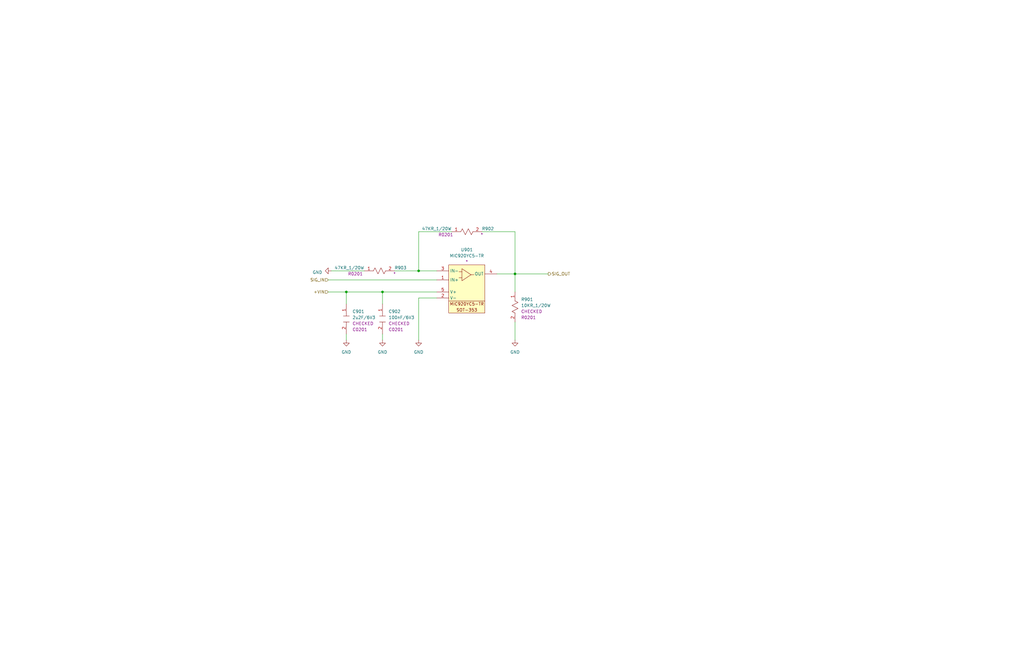
<source format=kicad_sch>
(kicad_sch (version 20230121) (generator eeschema)
  (paper "B")
  (lib_symbols
    (symbol "_SCHLIB_ToslinkToDMX:CAP_100nF/6V3_C0201"
      (property "Reference" "C" (at 2.54 5.08 0))
      (property "Value" "100nF{slash}6V3" (at 2.54 7.62 0))
      (property "SCH CHECK" "CHECKED" (at 2.54 22.86 0))
      (property "Package" "C0201" (at 2.54 25.4 0))
      (symbol "CAP_100nF/6V3_C0201_0_0"
        (polyline (pts (xy 5.08 1.27) (xy 5.08 -1.27)))
        (polyline (pts (xy 7.62 1.27) (xy 7.62 -1.27)))
      )
      (symbol "CAP_100nF/6V3_C0201_1_1"
        (pin passive line (at 0 0 0) (length 5.08) (name "") (number "1"))
        (pin passive line (at 12.7 0 180) (length 5.08) (name "") (number "2"))
      )
    )
    (symbol "_SCHLIB_ToslinkToDMX:CAP_2u2F/6V3_C0201"
      (property "Reference" "C" (at 2.54 3.81 0))
      (property "Value" "2u2F/6V3" (at 2.54 6.35 0))
      (property "SCH CHECK" "CHECKED" (at 2.54 21.59 0))
      (property "Package" "C0201" (at 2.54 24.13 0))
      (symbol "CAP_2u2F/6V3_C0201_0_0"
        (polyline (pts (xy 5.08 1.27) (xy 5.08 -1.27)))
        (polyline (pts (xy 7.62 1.27) (xy 7.62 -1.27)))
      )
      (symbol "CAP_2u2F/6V3_C0201_1_1"
        (pin passive line (at 0 0 0) (length 5.08) (name "") (number "1"))
        (pin passive line (at 12.7 0 180) (length 5.08) (name "") (number "2"))
      )
    )
    (symbol "_SCHLIB_ToslinkToDMX:OPAMP_MIC920YC5-TR"
      (property "Reference" "U" (at 2.54 2.54 0))
      (property "Value" "MIC920YC5-TR" (at 2.54 5.08 0))
      (property "SCH CHECK" "*" (at 2.54 20.32 0))
      (symbol "OPAMP_MIC920YC5-TR_0_0"
        (text "MIC920YC5-TR" (at 7.62 -16.51 0) (effects (font (size 1.27 1.27))))
        (text "SOT-353" (at 7.62 -19.05 0) (effects (font (size 1.27 1.27))))
      )
      (symbol "OPAMP_MIC920YC5-TR_0_1"
        (polyline (pts (xy 0 -15.24) (xy 15.24 -15.24)))
        (polyline (pts (xy 5.564 -5.45) (xy 4.294 -5.45)))
        (polyline (pts (xy 5.564 -2.91) (xy 4.294 -2.91)))
        (polyline (pts (xy 9.374 -4.18) (xy 10.644 -4.18)))
        (polyline (pts (xy 5.564 -1.64) (xy 5.564 -6.72) (xy 9.374 -4.18) (xy 5.564 -1.64)))
        (rectangle (start 0 0) (end 15.24 -20.32) (fill (type background)))
      )
      (symbol "OPAMP_MIC920YC5-TR_1_1"
        (pin passive line (at -5.08 -6.35 0) (length 5.08) (name "IN+") (number "1"))
        (pin passive line (at -5.08 -13.97 0) (length 5.08) (name "V-") (number "2"))
        (pin passive line (at -5.08 -2.54 0) (length 5.08) (name "IN-") (number "3"))
        (pin passive line (at 20.32 -3.81 180) (length 5.08) (name "OUT") (number "4"))
        (pin passive line (at -5.08 -11.43 0) (length 5.08) (name "V+") (number "5"))
      )
    )
    (symbol "_SCHLIB_ToslinkToDMX:RES_10KR_1/20W-R0201"
      (property "Reference" "R" (at 2.54 5.08 0))
      (property "Value" "10KR_1{slash}20W" (at 2.54 7.62 0))
      (property "SCH CHECK" "CHECKED" (at 2.54 22.86 0))
      (property "Package" "R0201" (at 2.54 25.4 0))
      (symbol "RES_10KR_1/20W-R0201_0_0"
        (polyline (pts (xy 3.81 0) (xy 4.445 1.27) (xy 5.715 -1.27) (xy 6.985 1.27) (xy 8.255 -1.27) (xy 8.89 0)))
      )
      (symbol "RES_10KR_1/20W-R0201_1_1"
        (pin passive line (at 0 0 0) (length 3.81) (name "") (number "1"))
        (pin passive line (at 12.7 0 180) (length 3.81) (name "") (number "2"))
      )
    )
    (symbol "_SCHLIB_ToslinkToDMX:RES_47KR_1/20W_R0201"
      (property "Reference" "R" (at 2.54 3.81 0))
      (property "Value" "47KR_1/20W" (at 2.54 6.35 0))
      (property "SCH CHECK" "*" (at 2.54 21.59 0))
      (property "Package" "R0201" (at 2.54 24.13 0))
      (symbol "RES_47KR_1/20W_R0201_0_0"
        (polyline (pts (xy 3.81 0) (xy 4.445 1.27) (xy 5.715 -1.27) (xy 6.985 1.27) (xy 8.255 -1.27) (xy 8.89 0)))
      )
      (symbol "RES_47KR_1/20W_R0201_1_1"
        (pin passive line (at 0 0 0) (length 3.81) (name "") (number "1"))
        (pin passive line (at 12.7 0 180) (length 3.81) (name "") (number "2"))
      )
    )
    (symbol "power:GND" (power) (pin_names (offset 0))
      (property "Value" "GND" (at 0 -3.81 0))
      (symbol "GND_0_1"
        (polyline (pts (xy 0 0) (xy 0 -1.27) (xy 1.27 -1.27) (xy 0 -2.54) (xy -1.27 -1.27) (xy 0 -1.27)))
      )
      (symbol "GND_1_1"
        (pin power_in line (at 0 0 270) (length 0) hide (name "GND") (number "1"))
      )
    )
  )
  (junction (at 161.29 123.19))
  (junction (at 146.05 123.19))
  (junction (at 176.53 114.3))
  (junction (at 217.17 115.57))
  (wire (pts (xy 161.29 123.19) (xy 161.29 128.27)))
  (wire (pts (xy 190.5 97.79) (xy 176.53 97.79)))
  (wire (pts (xy 146.05 123.19) (xy 161.29 123.19)))
  (wire (pts (xy 146.05 123.19) (xy 146.05 128.27)))
  (wire (pts (xy 217.17 115.57) (xy 217.17 123.19)))
  (wire (pts (xy 203.2 97.79) (xy 217.17 97.79)))
  (wire (pts (xy 176.53 125.73) (xy 184.15 125.73)))
  (wire (pts (xy 176.53 97.79) (xy 176.53 114.3)))
  (wire (pts (xy 176.53 143.51) (xy 176.53 125.73)))
  (wire (pts (xy 161.29 143.51) (xy 161.29 140.97)))
  (wire (pts (xy 231.14 115.57) (xy 217.17 115.57)))
  (wire (pts (xy 176.53 114.3) (xy 184.15 114.3)))
  (wire (pts (xy 139.7 114.3) (xy 153.67 114.3)))
  (wire (pts (xy 166.37 114.3) (xy 176.53 114.3)))
  (wire (pts (xy 138.43 123.19) (xy 146.05 123.19)))
  (wire (pts (xy 138.43 118.11) (xy 184.15 118.11)))
  (wire (pts (xy 217.17 143.51) (xy 217.17 135.89)))
  (wire (pts (xy 146.05 143.51) (xy 146.05 140.97)))
  (wire (pts (xy 217.17 115.57) (xy 209.55 115.57)))
  (wire (pts (xy 161.29 123.19) (xy 184.15 123.19)))
  (wire (pts (xy 217.17 97.79) (xy 217.17 115.57)))
  (hierarchical_label "+VIN" (shape input) (at 138.43 123.19 180))
  (hierarchical_label "SIG_OUT" (shape output) (at 231.14 115.57 0))
  (hierarchical_label "SIG_IN" (shape input) (at 138.43 118.11 180))
  (symbol (lib_id "power:GND") (at 139.7 114.3 270) (unit 1)
    (property "Reference" "#PWR0905" (effects hide))
    (property "Value" "GND" (at 135.89 114.935 90) (effects (justify right)))
    (instances (project "_HW_ToslinkToDMX" (path "" (reference "#PWR0905") (unit 1)) (path "" (reference "#PWR01001") (unit 1)) (path "" (reference "#PWR01101") (unit 1))))
  )
  (symbol (lib_id "_SCHLIB_ToslinkToDMX:CAP_2u2F/6V3_C0201") (at 146.05 128.27 270) (unit 1)
    (property "Reference" "C901" (at 148.59 131.445 90) (effects (justify left)))
    (property "Value" "2u2F/6V3" (at 148.59 133.985 90) (effects (justify left)))
    (property "Footprint" "Capacitor_SMD:C_0201_0603Metric" (effects hide))
    (property "Datasheet" "https://ele.kyocera.com/assets/products/capacitor/CM_Series_e.pdf" (effects hide))
    (property "Description" "2.2 µF ±20% 6.3V Ceramic Capacitor X5R 0201 (0603 Metric)" (effects hide))
    (property "Part Number" "CM03X5R225M06AH" (effects hide))
    (property "Link" "https://www.digikey.ca/en/products/detail/kyocera-avx/CM03X5R225M06AH/10815044" (effects hide))
    (property "SCH CHECK" "CHECKED" (at 148.59 136.525 90) (effects (justify left)))
    (property "Package" "C0201" (at 148.59 139.065 90) (effects (justify left)))
    (instances (project "_HW_ToslinkToDMX" (path "" (reference "C901") (unit 1)) (path "" (reference "C1001") (unit 1)) (path "" (reference "C1101") (unit 1))))
  )
  (symbol (lib_id "power:GND") (at 146.05 143.51 0) (unit 1)
    (property "Reference" "#PWR0903" (effects hide))
    (property "Value" "GND" (at 146.05 148.59 0))
    (instances (project "_HW_ToslinkToDMX" (path "" (reference "#PWR0903") (unit 1)) (path "" (reference "#PWR01002") (unit 1)) (path "" (reference "#PWR01102") (unit 1))))
  )
  (symbol (lib_id "power:GND") (at 176.53 143.51 0) (unit 1)
    (property "Reference" "#PWR0901" (effects hide))
    (property "Value" "GND" (at 176.53 148.59 0))
    (instances (project "_HW_ToslinkToDMX" (path "" (reference "#PWR0901") (unit 1)) (path "" (reference "#PWR01004") (unit 1)) (path "" (reference "#PWR01104") (unit 1))))
  )
  (symbol (lib_id "_SCHLIB_ToslinkToDMX:RES_47KR_1/20W_R0201") (at 190.5 97.79 0) (unit 1)
    (property "Reference" "R902" (at 205.74 96.52 0))
    (property "Value" "47KR_1/20W" (at 184.15 96.52 0))
    (property "Footprint" "Resistor_SMD:R_0201_0603Metric" (effects hide))
    (property "Datasheet" "https://www.yageo.com/upload/media/product/productsearch/datasheet/rchip/PYu-AC_51_RoHS_L_9.pdf" (effects hide))
    (property "Description" "47 kOhms ±1% 0.05W, 1/20W Chip Resistor 0201 (0603 Metric) Automotive AEC-Q200, Moisture Resistant Thick Film" (effects hide))
    (property "Part Number" "AC0201FR-0747KL" (effects hide))
    (property "Link" "https://www.digikey.ca/en/products/detail/yageo/AC0201FR-0747KL/5894664" (effects hide))
    (property "SCH CHECK" "*" (at 203.2 99.06 0))
    (property "Package" "R0201" (at 187.96 99.06 0))
    (instances (project "_HW_ToslinkToDMX" (path "" (reference "R902") (unit 1)) (path "" (reference "R1001") (unit 1)) (path "" (reference "R1101") (unit 1))))
  )
  (symbol (lib_id "_SCHLIB_ToslinkToDMX:CAP_100nF/6V3_C0201") (at 161.29 128.27 270) (unit 1)
    (property "Reference" "C902" (at 163.83 131.445 90) (effects (justify left)))
    (property "Value" "100nF/6V3" (at 163.83 133.985 90) (effects (justify left)))
    (property "Footprint" "Capacitor_SMD:C_0201_0603Metric" (effects hide))
    (property "Datasheet" "https://www.yageo.com/upload/media/product/productsearch/datasheet/mlcc/UPY-GPHC_X7R_6.3V-to-250V_22.pdf" (effects hide))
    (property "Description" "0.1 µF ±10% 6.3V Ceramic Capacitor X7R 0201 (0603 Metric)" (effects hide))
    (property "Part Number" "CC0201KRX7R5BB104" (effects hide))
    (property "Link" "https://www.digikey.ca/en/products/detail/yageo/CC0201KRX7R5BB104/12698853" (effects hide))
    (property "SCH CHECK" "CHECKED" (at 163.83 136.525 90) (effects (justify left)))
    (property "Package" "C0201" (at 163.83 139.065 90) (effects (justify left)))
    (instances (project "_HW_ToslinkToDMX" (path "" (reference "C902") (unit 1)) (path "" (reference "C1002") (unit 1)) (path "" (reference "C1102") (unit 1))))
  )
  (symbol (lib_id "_SCHLIB_ToslinkToDMX:OPAMP_MIC920YC5-TR") (at 189.23 111.76 0) (unit 1)
    (property "Reference" "U901" (at 196.85 105.41 0))
    (property "Value" "MIC920YC5-TR" (at 196.85 107.95 0))
    (property "Footprint" "Package_TO_SOT_SMD:SOT-353_SC-70-5" (effects hide))
    (property "Datasheet" "http://ww1.microchip.com/downloads/en/DeviceDoc/mic920.pdf" (effects hide))
    (property "Description" "General Purpose Amplifier 1 Circuit SC-70-5" (effects hide))
    (property "Part Number" "MIC920YC5-TR" (effects hide))
    (property "Link" "https://www.digikey.ca/en/products/detail/microchip-technology/MIC920YC5-TR/1617205" (effects hide))
    (property "SCH CHECK" "*" (at 196.85 110.49 0))
    (instances (project "_HW_ToslinkToDMX" (path "" (reference "U901") (unit 1)) (path "" (reference "U1001") (unit 1)) (path "" (reference "U1101") (unit 1))))
  )
  (symbol (lib_id "_SCHLIB_ToslinkToDMX:RES_10KR_1/20W-R0201") (at 217.17 123.19 270) (unit 1)
    (property "Reference" "R901" (at 219.71 126.365 90) (effects (justify left)))
    (property "Value" "10KR_1/20W" (at 219.71 128.905 90) (effects (justify left)))
    (property "Footprint" "Resistor_SMD:R_0201_0603Metric" (effects hide))
    (property "Datasheet" "https://www.seielect.com/Catalog/SEI-RMCF_RMCP.pdf" (effects hide))
    (property "Description" "10 kOhms ±1% 0.05W, 1/20W Chip Resistor 0201 (0603 Metric) Thick Film" (effects hide))
    (property "Part Number" "RMCF0201FT10K0" (effects hide))
    (property "Link" "https://www.digikey.ca/en/products/detail/stackpole-electronics-inc/RMCF0201FT10K0/1714990" (effects hide))
    (property "SCH CHECK" "CHECKED" (at 219.71 131.445 90) (effects (justify left)))
    (property "Package" "R0201" (at 219.71 133.985 90) (effects (justify left)))
    (instances (project "_HW_ToslinkToDMX" (path "" (reference "R901") (unit 1)) (path "" (reference "R1003") (unit 1)) (path "" (reference "R1103") (unit 1))))
  )
  (symbol (lib_id "power:GND") (at 161.29 143.51 0) (unit 1)
    (property "Reference" "#PWR0902" (effects hide))
    (property "Value" "GND" (at 161.29 148.59 0))
    (instances (project "_HW_ToslinkToDMX" (path "" (reference "#PWR0902") (unit 1)) (path "" (reference "#PWR01003") (unit 1)) (path "" (reference "#PWR01103") (unit 1))))
  )
  (symbol (lib_id "power:GND") (at 217.17 143.51 0) (unit 1)
    (property "Reference" "#PWR0904" (effects hide))
    (property "Value" "GND" (at 217.17 148.59 0))
    (instances (project "_HW_ToslinkToDMX" (path "" (reference "#PWR0904") (unit 1)) (path "" (reference "#PWR01005") (unit 1)) (path "" (reference "#PWR01105") (unit 1))))
  )
  (symbol (lib_id "_SCHLIB_ToslinkToDMX:RES_47KR_1/20W_R0201") (at 153.67 114.3 0) (unit 1)
    (property "Reference" "R903" (at 168.91 113.03 0))
    (property "Value" "47KR_1/20W" (at 147.32 113.03 0))
    (property "Footprint" "Resistor_SMD:R_0201_0603Metric" (effects hide))
    (property "Datasheet" "https://www.yageo.com/upload/media/product/productsearch/datasheet/rchip/PYu-AC_51_RoHS_L_9.pdf" (effects hide))
    (property "Description" "47 kOhms ±1% 0.05W, 1/20W Chip Resistor 0201 (0603 Metric) Automotive AEC-Q200, Moisture Resistant Thick Film" (effects hide))
    (property "Part Number" "AC0201FR-0747KL" (effects hide))
    (property "Link" "https://www.digikey.ca/en/products/detail/yageo/AC0201FR-0747KL/5894664" (effects hide))
    (property "SCH CHECK" "*" (at 166.37 115.57 0))
    (property "Package" "R0201" (at 149.86 115.57 0))
    (instances (project "_HW_ToslinkToDMX" (path "" (reference "R903") (unit 1)) (path "" (reference "R1002") (unit 1)) (path "" (reference "R1102") (unit 1))))
  )
)
</source>
